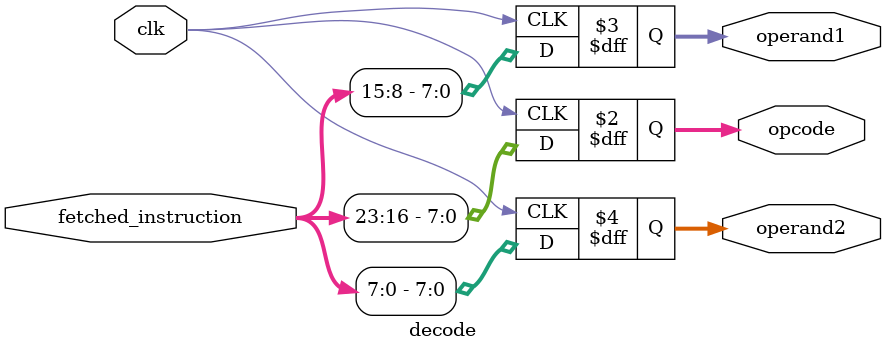
<source format=v>


`timescale 1ns/10ps

module decode (
    clk,
    fetched_instruction,
    opcode,
    operand1,
    operand2
);


input clk;
input [31:0] fetched_instruction;
output [7:0] opcode;
reg [7:0] opcode;
output [7:0] operand1;
reg [7:0] operand1;
output [7:0] operand2;
reg [7:0] operand2;




always @(posedge clk) begin: DECODE_LOGIC
    opcode <= fetched_instruction[24-1:16];
    operand1 <= fetched_instruction[16-1:8];
    operand2 <= fetched_instruction[8-1:0];
end

endmodule

</source>
